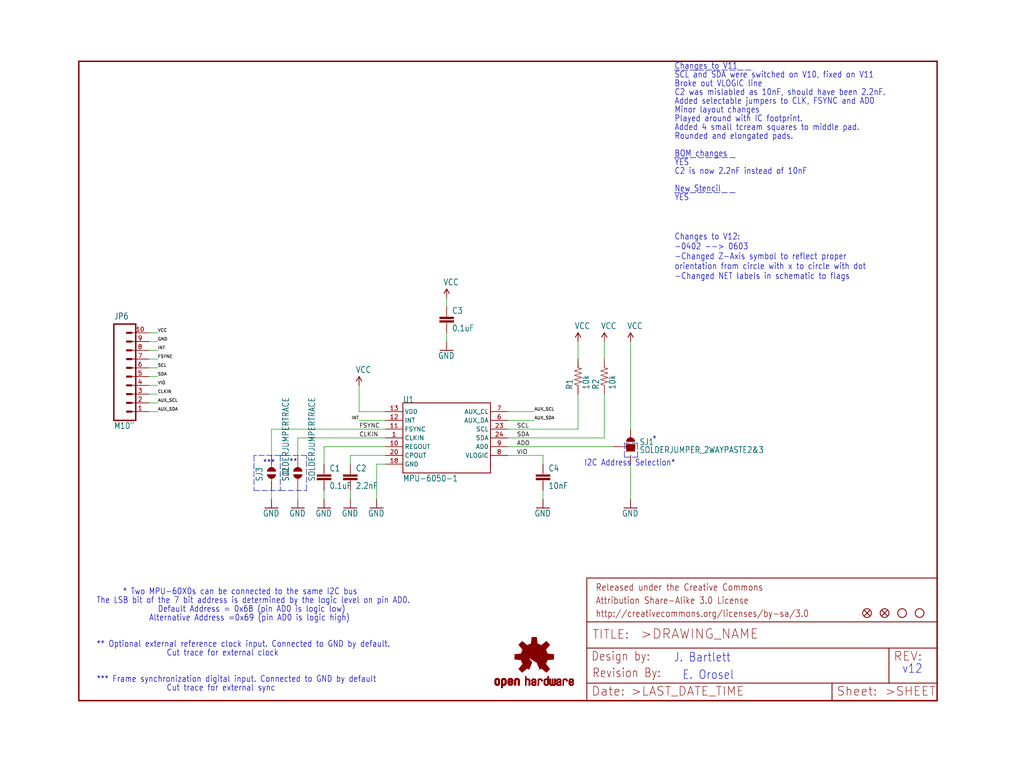
<source format=kicad_sch>
(kicad_sch (version 20211123) (generator eeschema)
  (paper "User" 297.002 224.18)
  (lib_symbols
    (symbol "eagleSchem-eagle-import:CAP0603-CAP"
      (property "Reference" "C" (at 1.524 2.921 0))
      (property "Value" "CAP0603-CAP" (at 1.524 -2.159 0))
      (symbol "CAP0603-CAP_1_0"
        (pin passive line (at 0 5.08 270) (length 2.54) (name "1") (number "1"))
        (pin passive line (at 0 -2.54 90) (length 2.54) (name "2") (number "2"))
      )
    )
    (symbol "eagleSchem-eagle-import:FIDUCIALUFIDUCIAL")
    (symbol "eagleSchem-eagle-import:FRAME-LETTER"
      (symbol "FRAME-LETTER_2_0"
        (text ">DRAWING_NAME" (at 15.494 17.78 0) (effects (font (size 2.7432 2.7432)) (justify left bottom)))
        (text ">LAST_DATE_TIME" (at 12.7 1.27 0) (effects (font (size 2.54 2.54)) (justify left bottom)))
        (text ">SHEET" (at 86.36 1.27 0) (effects (font (size 2.54 2.54)) (justify left bottom)))
        (text "Attribution Share-Alike 3.0 License" (at 2.54 27.94 0) (effects (font (size 1.9304 1.6408)) (justify left bottom)))
        (text "Date:" (at 1.27 1.27 0) (effects (font (size 2.54 2.54)) (justify left bottom)))
        (text "Design by:" (at 1.27 11.43 0) (effects (font (size 2.54 2.159)) (justify left bottom)))
        (text "http://creativecommons.org/licenses/by-sa/3.0" (at 2.54 24.13 0) (effects (font (size 1.9304 1.6408)) (justify left bottom)))
        (text "Released under the Creative Commons" (at 2.54 31.75 0) (effects (font (size 1.9304 1.6408)) (justify left bottom)))
        (text "REV:" (at 88.9 11.43 0) (effects (font (size 2.54 2.54)) (justify left bottom)))
        (text "Sheet:" (at 72.39 1.27 0) (effects (font (size 2.54 2.54)) (justify left bottom)))
        (text "TITLE:" (at 1.524 17.78 0) (effects (font (size 2.54 2.54)) (justify left bottom)))
      )
    )
    (symbol "eagleSchem-eagle-import:GND" (power)
      (property "Value" "GND" (at -2.54 -2.54 0))
      (symbol "GND_1_0"
        (pin power_in line (at 0 2.54 270) (length 2.54) (name "GND") (number "1"))
      )
    )
    (symbol "eagleSchem-eagle-import:M10{dblquote}"
      (property "Reference" "JP" (at 0 8.89 0))
      (property "Value" "M10{dblquote}" (at 0 -22.86 0))
      (symbol "M10{dblquote}_1_0"
        (pin passive line (at 10.16 -17.78 180) (length 5.08) (name "1") (number "1"))
        (pin passive line (at 10.16 5.08 180) (length 5.08) (name "10") (number "10"))
        (pin passive line (at 10.16 -15.24 180) (length 5.08) (name "2") (number "2"))
        (pin passive line (at 10.16 -12.7 180) (length 5.08) (name "3") (number "3"))
        (pin passive line (at 10.16 -10.16 180) (length 5.08) (name "4") (number "4"))
        (pin passive line (at 10.16 -7.62 180) (length 5.08) (name "5") (number "5"))
        (pin passive line (at 10.16 -5.08 180) (length 5.08) (name "6") (number "6"))
        (pin passive line (at 10.16 -2.54 180) (length 5.08) (name "7") (number "7"))
        (pin passive line (at 10.16 0 180) (length 5.08) (name "8") (number "8"))
        (pin passive line (at 10.16 2.54 180) (length 5.08) (name "9") (number "9"))
      )
    )
    (symbol "eagleSchem-eagle-import:MPU-6050-1"
      (property "Value" "MPU-6050-1" (at -12.7 -12.7 0))
      (symbol "MPU-6050-1_1_0"
        (pin bidirectional line (at -17.78 0 0) (length 5.08) (name "CLKIN") (number "1"))
        (pin bidirectional line (at -17.78 -2.54 0) (length 5.08) (name "REGOUT") (number "10"))
        (pin bidirectional line (at -17.78 2.54 0) (length 5.08) (name "FSYNC") (number "11"))
        (pin bidirectional line (at -17.78 5.08 0) (length 5.08) (name "INT") (number "12"))
        (pin bidirectional line (at -17.78 7.62 0) (length 5.08) (name "VDD") (number "13"))
        (pin bidirectional line (at -17.78 -7.62 0) (length 5.08) (name "GND") (number "18"))
        (pin bidirectional line (at -17.78 -5.08 0) (length 5.08) (name "CPOUT") (number "20"))
        (pin bidirectional line (at 17.78 2.54 180) (length 5.08) (name "SCL") (number "23"))
        (pin bidirectional line (at 17.78 0 180) (length 5.08) (name "SDA") (number "24"))
        (pin bidirectional line (at 17.78 5.08 180) (length 5.08) (name "AUX_DA") (number "6"))
        (pin bidirectional line (at 17.78 7.62 180) (length 5.08) (name "AUX_CL") (number "7"))
        (pin bidirectional line (at 17.78 -5.08 180) (length 5.08) (name "VLOGIC") (number "8"))
        (pin bidirectional line (at 17.78 -2.54 180) (length 5.08) (name "AD0") (number "9"))
      )
    )
    (symbol "eagleSchem-eagle-import:OSHW-LOGOS")
    (symbol "eagleSchem-eagle-import:RESISTOR0603-RES"
      (property "Reference" "R" (at -3.81 1.4986 0))
      (property "Value" "RESISTOR0603-RES" (at -3.81 -3.302 0))
      (symbol "RESISTOR0603-RES_1_0"
        (pin passive line (at -5.08 0 0) (length 2.54) (name "1") (number "1"))
        (pin passive line (at 5.08 0 180) (length 2.54) (name "2") (number "2"))
      )
    )
    (symbol "eagleSchem-eagle-import:REVISION"
      (symbol "REVISION_1_0"
        (text "Revision By: " (at 0 0 0) (effects (font (size 2.54 2.159)) (justify left bottom)))
      )
    )
    (symbol "eagleSchem-eagle-import:SOLDERJUMPERTRACE"
      (property "Reference" "SJ" (at -2.54 2.54 0))
      (property "Value" "SOLDERJUMPERTRACE" (at -2.54 -5.08 0))
      (symbol "SOLDERJUMPERTRACE_1_0"
        (pin passive line (at -5.08 0 0) (length 2.54) (name "1") (number "1"))
        (pin passive line (at 5.08 0 180) (length 2.54) (name "2") (number "2"))
      )
    )
    (symbol "eagleSchem-eagle-import:SOLDERJUMPER_2WAYPASTE2&3"
      (property "Reference" "SJ" (at 2.54 0.381 0))
      (property "Value" "SOLDERJUMPER_2WAYPASTE2&3" (at 2.54 -1.905 0))
      (symbol "SOLDERJUMPER_2WAYPASTE2&3_1_0"
        (pin passive line (at 0 5.08 270) (length 2.54) (name "1") (number "1"))
        (pin passive line (at -5.08 0 0) (length 2.54) (name "2") (number "2"))
        (pin passive line (at 0 -5.08 90) (length 2.54) (name "3") (number "3"))
      )
    )
    (symbol "eagleSchem-eagle-import:STAND-OFFTIGHT")
    (symbol "eagleSchem-eagle-import:VCC" (power)
      (property "Value" "VCC" (at -1.016 3.556 0))
      (symbol "VCC_1_0"
        (pin power_in line (at 0 0 90) (length 2.54) (name "VCC") (number "1"))
      )
    )
  )
  (wire (pts (xy 175.26 127) (xy 147.32 127)))
  (wire (pts (xy 157.48 134.62) (xy 157.48 132.08)))
  (wire (pts (xy 111.76 121.92) (xy 104.14 121.92)))
  (wire (pts (xy 93.98 129.54) (xy 93.98 134.62)))
  (polyline (pts (xy 88.9 132.08) (xy 81.28 132.08)))
  (wire (pts (xy 182.88 144.78) (xy 182.88 134.62)))
  (polyline (pts (xy 88.9 142.24) (xy 88.9 132.08)))
  (wire (pts (xy 109.22 144.78) (xy 109.22 134.62)))
  (wire (pts (xy 43.18 114.3) (xy 45.72 114.3)))
  (wire (pts (xy 86.36 144.78) (xy 86.36 142.24)))
  (wire (pts (xy 182.88 99.06) (xy 182.88 124.46)))
  (wire (pts (xy 78.74 144.78) (xy 78.74 142.24)))
  (wire (pts (xy 147.32 129.54) (xy 177.8 129.54)))
  (wire (pts (xy 157.48 144.78) (xy 157.48 142.24)))
  (polyline (pts (xy 73.66 142.24) (xy 81.28 142.24)))
  (wire (pts (xy 43.18 111.76) (xy 45.72 111.76)))
  (wire (pts (xy 111.76 119.38) (xy 104.14 119.38)))
  (polyline (pts (xy 195.58 55.88) (xy 213.36 55.88)))
  (wire (pts (xy 104.14 119.38) (xy 104.14 111.76)))
  (wire (pts (xy 43.18 106.68) (xy 45.72 106.68)))
  (wire (pts (xy 147.32 119.38) (xy 154.94 119.38)))
  (wire (pts (xy 147.32 121.92) (xy 154.94 121.92)))
  (wire (pts (xy 129.54 88.9) (xy 129.54 86.36)))
  (wire (pts (xy 101.6 134.62) (xy 101.6 132.08)))
  (wire (pts (xy 101.6 144.78) (xy 101.6 142.24)))
  (wire (pts (xy 111.76 129.54) (xy 93.98 129.54)))
  (wire (pts (xy 93.98 142.24) (xy 93.98 144.78)))
  (wire (pts (xy 167.64 124.46) (xy 147.32 124.46)))
  (wire (pts (xy 43.18 119.38) (xy 45.72 119.38)))
  (polyline (pts (xy 195.58 45.72) (xy 213.36 45.72)))
  (wire (pts (xy 86.36 132.08) (xy 86.36 127)))
  (polyline (pts (xy 195.58 20.32) (xy 218.44 20.32)))
  (wire (pts (xy 78.74 132.08) (xy 78.74 124.46)))
  (wire (pts (xy 111.76 127) (xy 86.36 127)))
  (wire (pts (xy 43.18 104.14) (xy 45.72 104.14)))
  (wire (pts (xy 43.18 109.22) (xy 45.72 109.22)))
  (wire (pts (xy 147.32 132.08) (xy 157.48 132.08)))
  (wire (pts (xy 43.18 96.52) (xy 45.72 96.52)))
  (polyline (pts (xy 81.28 132.08) (xy 81.28 142.24)))
  (wire (pts (xy 167.64 114.3) (xy 167.64 124.46)))
  (polyline (pts (xy 184.912 132.588) (xy 184.912 128.524)))
  (polyline (pts (xy 73.66 132.08) (xy 73.66 142.24)))
  (polyline (pts (xy 81.28 132.08) (xy 73.66 132.08)))
  (wire (pts (xy 109.22 134.62) (xy 111.76 134.62)))
  (wire (pts (xy 111.76 132.08) (xy 101.6 132.08)))
  (wire (pts (xy 175.26 114.3) (xy 175.26 127)))
  (polyline (pts (xy 181.102 132.588) (xy 184.912 132.588)))
  (wire (pts (xy 78.74 124.46) (xy 111.76 124.46)))
  (wire (pts (xy 129.54 99.06) (xy 129.54 96.52)))
  (polyline (pts (xy 184.912 128.524) (xy 181.102 128.524)))
  (polyline (pts (xy 181.102 128.524) (xy 181.102 132.588)))
  (wire (pts (xy 43.18 99.06) (xy 45.72 99.06)))
  (wire (pts (xy 175.26 99.06) (xy 175.26 104.14)))
  (wire (pts (xy 43.18 101.6) (xy 45.72 101.6)))
  (polyline (pts (xy 81.28 142.24) (xy 88.9 142.24)))
  (wire (pts (xy 43.18 116.84) (xy 45.72 116.84)))
  (wire (pts (xy 167.64 104.14) (xy 167.64 99.06)))
  (text "*" (at 190.5 126.492 180) (effects (font (size 1.778 1.5113)) (justify right top)))
  (text "C2 is now 2.2nF instead of 10nF" (at 195.58 50.8 180) (effects (font (size 1.778 1.5113)) (justify left bottom)))
  (text "Alternative Address =0x69 (pin AD0 is logic high)" (at 43.18 180.34 180) (effects (font (size 1.778 1.5113)) (justify left bottom)))
  (text "J. Bartlett" (at 195.326 192.278 180) (effects (font (size 2.54 2.159)) (justify left bottom)))
  (text "Added selectable jumpers to CLK, FSYNC and AD0" (at 195.58 30.48 180) (effects (font (size 1.778 1.5113)) (justify left bottom)))
  (text "**" (at 83.82 135.128 180) (effects (font (size 1.778 1.5113)) (justify left bottom)))
  (text "Added 4 small tcream squares to middle pad." (at 195.58 38.1 180) (effects (font (size 1.778 1.5113)) (justify left bottom)))
  (text "YES" (at 195.58 48.26 180) (effects (font (size 1.778 1.5113)) (justify left bottom)))
  (text "v12" (at 261.62 195.58 180) (effects (font (size 2.54 2.159)) (justify left bottom)))
  (text "Broke out VLOGIC line" (at 195.58 25.4 180) (effects (font (size 1.778 1.5113)) (justify left bottom)))
  (text "*** Frame synchronization digital input. Connected to GND by default" (at 27.94 198.12 0) (effects (font (size 1.778 1.5113)) (justify left bottom)))
  (text "Changes to V12:\n-0402 --> 0603\n-Changed Z-Axis symbol to reflect proper\norientation from circle with x to circle with dot\n-Changed NET labels in schematic to flags" (at 195.58 81.28 0) (effects (font (size 1.778 1.5113)) (justify left bottom)))
  (text "***" (at 76.2 135.382 180) (effects (font (size 1.778 1.5113)) (justify left bottom)))
  (text "Played around with IC footprint." (at 195.58 35.56 180) (effects (font (size 1.778 1.5113)) (justify left bottom)))
  (text "YES" (at 195.58 58.42 180) (effects (font (size 1.778 1.5113)) (justify left bottom)))
  (text "E. Orosel" (at 197.866 197.358 180) (effects (font (size 2.54 2.159)) (justify left bottom)))
  (text "Cut trace for external clock" (at 48.26 190.5 180) (effects (font (size 1.778 1.5113)) (justify left bottom)))
  (text "* Two MPU-60X0s can be connected to the same I2C bus" (at 35.56 172.72 0) (effects (font (size 1.778 1.5113)) (justify left bottom)))
  (text "The LSB bit of the 7 bit address is determined by the logic level on pin AD0." (at 27.94 175.26 0) (effects (font (size 1.778 1.5113)) (justify left bottom)))
  (text "SCL and SDA were switched on V10, fixed on V11" (at 195.58 22.86 180) (effects (font (size 1.778 1.5113)) (justify left bottom)))
  (text "Rounded and elongated pads." (at 195.58 40.64 180) (effects (font (size 1.778 1.5113)) (justify left bottom)))
  (text "Default Address = 0x68 (pin AD0 is logic low)" (at 45.72 177.8 180) (effects (font (size 1.778 1.5113)) (justify left bottom)))
  (text "C2 was mislabled as 10nF, should have been 2.2nF." (at 195.58 27.94 180) (effects (font (size 1.778 1.5113)) (justify left bottom)))
  (text "** Optional external reference clock input. Connected to GND by default." (at 27.94 187.96 0) (effects (font (size 1.778 1.5113)) (justify left bottom)))
  (text "BOM changes" (at 195.58 45.72 180) (effects (font (size 1.778 1.5113)) (justify left bottom)))
  (text "Cut trace for external sync" (at 48.26 200.66 180) (effects (font (size 1.778 1.5113)) (justify left bottom)))
  (text "New Stencil" (at 195.58 55.88 180) (effects (font (size 1.778 1.5113)) (justify left bottom)))
  (text "Changes to V11" (at 195.58 20.32 180) (effects (font (size 1.778 1.5113)) (justify left bottom)))
  (text "Minor layout changes" (at 195.58 33.02 180) (effects (font (size 1.778 1.5113)) (justify left bottom)))
  (text "I2C Address Selection*" (at 169.418 135.382 180) (effects (font (size 1.778 1.5113)) (justify left bottom)))
  (label "INT" (at 45.72 101.6 0) (effects (font (size 0.889 0.889))))
  (label "AUX_SDA" (at 45.72 119.38 0) (effects (font (size 0.889 0.889))))
  (label "AUX_SDA" (at 154.94 121.92 0) (effects (font (size 0.889 0.889))))
  (label "FSYNC" (at 45.72 104.14 0) (effects (font (size 0.889 0.889))))
  (label "VIO" (at 45.72 111.76 0) (effects (font (size 0.889 0.889))))
  (label "VCC" (at 45.72 96.52 0) (effects (font (size 0.889 0.889))))
  (label "ADO" (at 149.86 129.54 0) (effects (font (size 1.2446 1.2446))))
  (label "SDA" (at 149.86 127 0) (effects (font (size 1.2446 1.2446))))
  (label "SCL" (at 149.86 124.46 0) (effects (font (size 1.2446 1.2446))))
  (label "SCL" (at 45.72 106.68 0) (effects (font (size 0.889 0.889))))
  (label "AUX_SCL" (at 154.94 119.38 0) (effects (font (size 0.889 0.889))))
  (label "CLKIN" (at 45.72 114.3 0) (effects (font (size 0.889 0.889))))
  (label "CLKIN" (at 104.14 127 0) (effects (font (size 1.2446 1.2446))))
  (label "FSYNC" (at 104.14 124.46 0) (effects (font (size 1.2446 1.2446))))
  (label "AUX_SCL" (at 45.72 116.84 0) (effects (font (size 0.889 0.889))))
  (label "GND" (at 45.72 99.06 0) (effects (font (size 0.889 0.889))))
  (label "INT" (at 104.14 121.92 180) (effects (font (size 0.889 0.889))))
  (label "VIO" (at 149.86 132.08 0) (effects (font (size 1.2446 1.2446))))
  (label "SDA" (at 45.72 109.22 0) (effects (font (size 0.889 0.889))))
  (symbol (lib_id "eagleSchem-eagle-import:REVISION") (at 171.704 196.596 0) (unit 1)
    (property "Reference" "U$5" (effects hide))
    (property "Value" "REVISION" (effects hide))
    (property "Footprint" "eagleSchem:REVISION" (effects hide))
  )
  (symbol (lib_id "eagleSchem-eagle-import:OSHW-LOGOS") (at 154.94 190.5 0) (unit 1)
    (property "Reference" "U$1" (effects hide))
    (property "Value" "OSHW-LOGOS" (effects hide))
    (property "Footprint" "eagleSchem:OSHW-LOGO-S" (effects hide))
  )
  (symbol (lib_id "eagleSchem-eagle-import:CAP0603-CAP") (at 93.98 139.7 0) (unit 1)
    (property "Reference" "C1" (at 95.504 136.779 0) (effects (font (size 1.778 1.5113)) (justify left bottom)))
    (property "Value" "0.1uF" (at 95.504 141.859 0) (effects (font (size 1.778 1.5113)) (justify left bottom)))
    (property "Footprint" "eagleSchem:0603-CAP" (effects hide))
  )
  (symbol (lib_id "eagleSchem-eagle-import:GND") (at 182.88 147.32 0) (unit 1)
    (property "Reference" "#GND7" (effects hide))
    (property "Value" "GND" (at 180.34 149.86 0) (effects (font (size 1.778 1.5113)) (justify left bottom)))
    (property "Footprint" "eagleSchem:" (effects hide))
  )
  (symbol (lib_id "eagleSchem-eagle-import:VCC") (at 175.26 99.06 0) (unit 1)
    (property "Reference" "#P+4" (effects hide))
    (property "Value" "VCC" (at 174.244 95.504 0) (effects (font (size 1.778 1.5113)) (justify left bottom)))
    (property "Footprint" "eagleSchem:" (effects hide))
  )
  (symbol (lib_id "eagleSchem-eagle-import:GND") (at 93.98 147.32 0) (unit 1)
    (property "Reference" "#GND5" (effects hide))
    (property "Value" "GND" (at 91.44 149.86 0) (effects (font (size 1.778 1.5113)) (justify left bottom)))
    (property "Footprint" "eagleSchem:" (effects hide))
  )
  (symbol (lib_id "eagleSchem-eagle-import:FRAME-LETTER") (at 22.86 203.2 0) (unit 1)
    (property "Reference" "FRAME1" (effects hide))
    (property "Value" "FRAME-LETTER" (effects hide))
    (property "Footprint" "eagleSchem:CREATIVE_COMMONS" (effects hide))
  )
  (symbol (lib_id "eagleSchem-eagle-import:RESISTOR0603-RES") (at 175.26 109.22 90) (unit 1)
    (property "Reference" "R2" (at 173.7614 113.03 0) (effects (font (size 1.778 1.5113)) (justify left bottom)))
    (property "Value" "10k" (at 178.562 113.03 0) (effects (font (size 1.778 1.5113)) (justify left bottom)))
    (property "Footprint" "eagleSchem:0603-RES" (effects hide))
  )
  (symbol (lib_id "eagleSchem-eagle-import:GND") (at 109.22 147.32 0) (unit 1)
    (property "Reference" "#GND1" (effects hide))
    (property "Value" "GND" (at 106.68 149.86 0) (effects (font (size 1.778 1.5113)) (justify left bottom)))
    (property "Footprint" "eagleSchem:" (effects hide))
  )
  (symbol (lib_id "eagleSchem-eagle-import:GND") (at 78.74 147.32 0) (unit 1)
    (property "Reference" "#GND8" (effects hide))
    (property "Value" "GND" (at 76.2 149.86 0) (effects (font (size 1.778 1.5113)) (justify left bottom)))
    (property "Footprint" "eagleSchem:" (effects hide))
  )
  (symbol (lib_id "eagleSchem-eagle-import:STAND-OFFTIGHT") (at 261.62 177.8 0) (unit 1)
    (property "Reference" "JP4" (effects hide))
    (property "Value" "STAND-OFFTIGHT" (effects hide))
    (property "Footprint" "eagleSchem:STAND-OFF-TIGHT" (effects hide))
  )
  (symbol (lib_id "eagleSchem-eagle-import:GND") (at 157.48 147.32 0) (unit 1)
    (property "Reference" "#GND2" (effects hide))
    (property "Value" "GND" (at 154.94 149.86 0) (effects (font (size 1.778 1.5113)) (justify left bottom)))
    (property "Footprint" "eagleSchem:" (effects hide))
  )
  (symbol (lib_id "eagleSchem-eagle-import:RESISTOR0603-RES") (at 167.64 109.22 90) (unit 1)
    (property "Reference" "R1" (at 166.1414 113.03 0) (effects (font (size 1.778 1.5113)) (justify left bottom)))
    (property "Value" "10k" (at 170.942 113.03 0) (effects (font (size 1.778 1.5113)) (justify left bottom)))
    (property "Footprint" "eagleSchem:0603-RES" (effects hide))
  )
  (symbol (lib_id "eagleSchem-eagle-import:VCC") (at 104.14 111.76 0) (unit 1)
    (property "Reference" "#P+3" (effects hide))
    (property "Value" "VCC" (at 103.124 108.204 0) (effects (font (size 1.778 1.5113)) (justify left bottom)))
    (property "Footprint" "eagleSchem:" (effects hide))
  )
  (symbol (lib_id "eagleSchem-eagle-import:CAP0603-CAP") (at 129.54 93.98 0) (unit 1)
    (property "Reference" "C3" (at 131.064 91.059 0) (effects (font (size 1.778 1.5113)) (justify left bottom)))
    (property "Value" "0.1uF" (at 131.064 96.139 0) (effects (font (size 1.778 1.5113)) (justify left bottom)))
    (property "Footprint" "eagleSchem:0603-CAP" (effects hide))
  )
  (symbol (lib_id "eagleSchem-eagle-import:MPU-6050-1") (at 129.54 127 0) (unit 1)
    (property "Reference" "U1" (at 116.84 116.84 0) (effects (font (size 1.778 1.5113)) (justify left bottom)))
    (property "Value" "MPU-6050-1" (at 116.84 139.7 0) (effects (font (size 1.778 1.5113)) (justify left bottom)))
    (property "Footprint" "eagleSchem:QFN-24-4MM2" (effects hide))
  )
  (symbol (lib_id "eagleSchem-eagle-import:CAP0603-CAP") (at 101.6 139.7 0) (unit 1)
    (property "Reference" "C2" (at 103.124 136.779 0) (effects (font (size 1.778 1.5113)) (justify left bottom)))
    (property "Value" "2.2nF" (at 103.124 141.859 0) (effects (font (size 1.778 1.5113)) (justify left bottom)))
    (property "Footprint" "eagleSchem:0603-CAP" (effects hide))
  )
  (symbol (lib_id "eagleSchem-eagle-import:GND") (at 86.36 147.32 0) (unit 1)
    (property "Reference" "#GND6" (effects hide))
    (property "Value" "GND" (at 83.82 149.86 0) (effects (font (size 1.778 1.5113)) (justify left bottom)))
    (property "Footprint" "eagleSchem:" (effects hide))
  )
  (symbol (lib_id "eagleSchem-eagle-import:M10{dblquote}") (at 33.02 101.6 0) (unit 1)
    (property "Reference" "JP6" (at 33.02 92.71 0) (effects (font (size 1.778 1.5113)) (justify left bottom)))
    (property "Value" "M10{dblquote}" (at 33.02 124.46 0) (effects (font (size 1.778 1.5113)) (justify left bottom)))
    (property "Footprint" "eagleSchem:1X10" (effects hide))
  )
  (symbol (lib_id "eagleSchem-eagle-import:STAND-OFFTIGHT") (at 266.7 177.8 0) (unit 1)
    (property "Reference" "JP3" (effects hide))
    (property "Value" "STAND-OFFTIGHT" (effects hide))
    (property "Footprint" "eagleSchem:STAND-OFF-TIGHT" (effects hide))
  )
  (symbol (lib_id "eagleSchem-eagle-import:FIDUCIALUFIDUCIAL") (at 256.54 177.8 0) (unit 1)
    (property "Reference" "JP5" (effects hide))
    (property "Value" "FIDUCIALUFIDUCIAL" (effects hide))
    (property "Footprint" "eagleSchem:MICRO-FIDUCIAL" (effects hide))
  )
  (symbol (lib_id "eagleSchem-eagle-import:FIDUCIALUFIDUCIAL") (at 251.46 177.8 0) (unit 1)
    (property "Reference" "JP2" (effects hide))
    (property "Value" "FIDUCIALUFIDUCIAL" (effects hide))
    (property "Footprint" "eagleSchem:MICRO-FIDUCIAL" (effects hide))
  )
  (symbol (lib_id "eagleSchem-eagle-import:CAP0603-CAP") (at 157.48 139.7 0) (unit 1)
    (property "Reference" "C4" (at 159.004 136.779 0) (effects (font (size 1.778 1.5113)) (justify left bottom)))
    (property "Value" "10nF" (at 159.004 141.859 0) (effects (font (size 1.778 1.5113)) (justify left bottom)))
    (property "Footprint" "eagleSchem:0603-CAP" (effects hide))
  )
  (symbol (lib_id "eagleSchem-eagle-import:FRAME-LETTER") (at 170.18 203.2 0) (unit 2)
    (property "Reference" "FRAME1" (effects hide))
    (property "Value" "FRAME-LETTER" (effects hide))
    (property "Footprint" "eagleSchem:CREATIVE_COMMONS" (effects hide))
  )
  (symbol (lib_id "eagleSchem-eagle-import:GND") (at 101.6 147.32 0) (unit 1)
    (property "Reference" "#GND4" (effects hide))
    (property "Value" "GND" (at 99.06 149.86 0) (effects (font (size 1.778 1.5113)) (justify left bottom)))
    (property "Footprint" "eagleSchem:" (effects hide))
  )
  (symbol (lib_id "eagleSchem-eagle-import:SOLDERJUMPERTRACE") (at 86.36 137.16 90) (unit 1)
    (property "Reference" "SJ2" (at 83.82 139.7 0) (effects (font (size 1.778 1.5113)) (justify left bottom)))
    (property "Value" "SOLDERJUMPERTRACE" (at 91.44 139.7 0) (effects (font (size 1.778 1.5113)) (justify left bottom)))
    (property "Footprint" "eagleSchem:SJ_2S-TRACE" (effects hide))
  )
  (symbol (lib_id "eagleSchem-eagle-import:VCC") (at 129.54 86.36 0) (unit 1)
    (property "Reference" "#P+1" (effects hide))
    (property "Value" "VCC" (at 128.524 82.804 0) (effects (font (size 1.778 1.5113)) (justify left bottom)))
    (property "Footprint" "eagleSchem:" (effects hide))
  )
  (symbol (lib_id "eagleSchem-eagle-import:SOLDERJUMPERTRACE") (at 78.74 137.16 90) (unit 1)
    (property "Reference" "SJ3" (at 76.2 139.7 0) (effects (font (size 1.778 1.5113)) (justify left bottom)))
    (property "Value" "SOLDERJUMPERTRACE" (at 83.82 139.7 0) (effects (font (size 1.778 1.5113)) (justify left bottom)))
    (property "Footprint" "eagleSchem:SJ_2S-TRACE" (effects hide))
  )
  (symbol (lib_id "eagleSchem-eagle-import:VCC") (at 167.64 99.06 0) (unit 1)
    (property "Reference" "#P+5" (effects hide))
    (property "Value" "VCC" (at 166.624 95.504 0) (effects (font (size 1.778 1.5113)) (justify left bottom)))
    (property "Footprint" "eagleSchem:" (effects hide))
  )
  (symbol (lib_id "eagleSchem-eagle-import:VCC") (at 182.88 99.06 0) (unit 1)
    (property "Reference" "#P+2" (effects hide))
    (property "Value" "VCC" (at 181.864 95.504 0) (effects (font (size 1.778 1.5113)) (justify left bottom)))
    (property "Footprint" "eagleSchem:" (effects hide))
  )
  (symbol (lib_id "eagleSchem-eagle-import:SOLDERJUMPER_2WAYPASTE2&3") (at 182.88 129.54 0) (unit 1)
    (property "Reference" "SJ1" (at 185.42 129.159 0) (effects (font (size 1.778 1.5113)) (justify left bottom)))
    (property "Value" "SOLDERJUMPER_2WAYPASTE2&3" (at 185.42 131.445 0) (effects (font (size 1.778 1.5113)) (justify left bottom)))
    (property "Footprint" "eagleSchem:SJ_3_PASTE2&3" (effects hide))
  )
  (symbol (lib_id "eagleSchem-eagle-import:GND") (at 129.54 101.6 0) (unit 1)
    (property "Reference" "#GND3" (effects hide))
    (property "Value" "GND" (at 127 104.14 0) (effects (font (size 1.778 1.5113)) (justify left bottom)))
    (property "Footprint" "eagleSchem:" (effects hide))
  )
)
</source>
